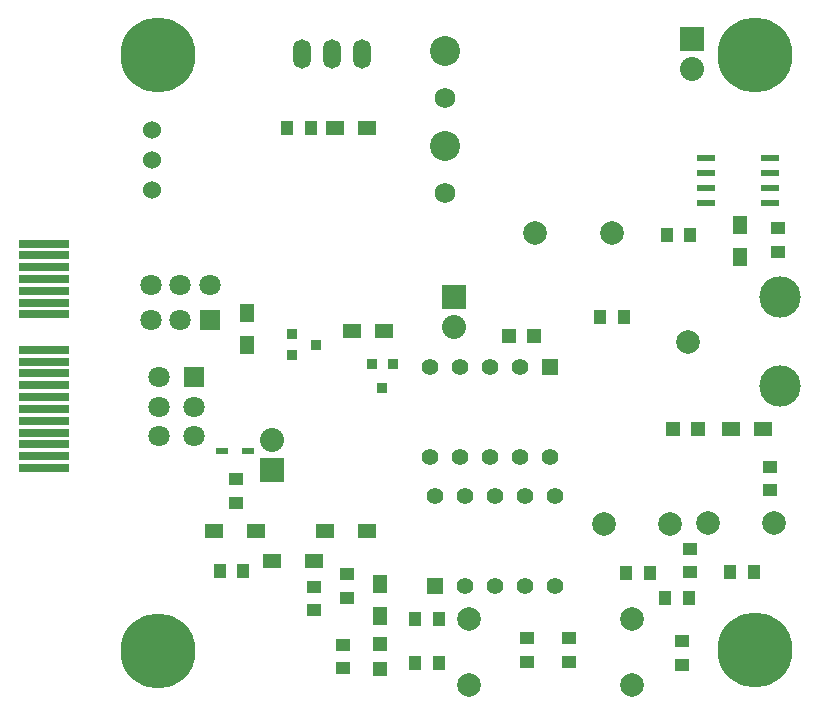
<source format=gts>
%FSLAX46Y46*%
G04 Gerber Fmt 4.6, Leading zero omitted, Abs format (unit mm)*
G04 Created by KiCad (PCBNEW (2014-10-27 BZR 5228)-product) date 22/05/2015 08:20:29*
%MOMM*%
G01*
G04 APERTURE LIST*
%ADD10C,0.100000*%
%ADD11R,1.250000X1.000000*%
%ADD12R,1.000000X1.250000*%
%ADD13R,4.200000X0.700000*%
%ADD14R,1.397000X1.397000*%
%ADD15C,1.397000*%
%ADD16C,1.998980*%
%ADD17C,3.500000*%
%ADD18C,2.000000*%
%ADD19R,1.800000X1.800000*%
%ADD20C,1.800000*%
%ADD21C,2.540000*%
%ADD22C,1.727200*%
%ADD23R,1.550000X0.600000*%
%ADD24C,1.524000*%
%ADD25O,1.501140X2.499360*%
%ADD26R,1.500000X1.300000*%
%ADD27R,1.300000X1.500000*%
%ADD28R,1.198880X1.198880*%
%ADD29C,6.350000*%
%ADD30R,2.032000X2.032000*%
%ADD31O,2.032000X2.032000*%
%ADD32R,0.914400X0.914400*%
%ADD33R,1.000760X0.599440*%
%ADD34R,1.600200X1.198880*%
G04 APERTURE END LIST*
D10*
D11*
X190900000Y-76400000D03*
X190900000Y-74400000D03*
D12*
X189550000Y-83350000D03*
X187550000Y-83350000D03*
D11*
X184150000Y-81350000D03*
X184150000Y-83350000D03*
D12*
X182050000Y-85500000D03*
X184050000Y-85500000D03*
D11*
X173900000Y-90900000D03*
X173900000Y-88900000D03*
X170350000Y-88900000D03*
X170350000Y-90900000D03*
D12*
X162900000Y-91000000D03*
X160900000Y-91000000D03*
X152050000Y-45700000D03*
X150050000Y-45700000D03*
D11*
X191600000Y-54200000D03*
X191600000Y-56200000D03*
D13*
X129500000Y-74500000D03*
X129500000Y-73500000D03*
X129500000Y-72500000D03*
X129500000Y-71500000D03*
X129500000Y-70500000D03*
X129500000Y-69500000D03*
X129500000Y-68500000D03*
X129500000Y-67500000D03*
X129500000Y-66500000D03*
X129500000Y-65500000D03*
X129500000Y-64500000D03*
X129500000Y-61500000D03*
X129500000Y-60500000D03*
X129500000Y-59500000D03*
X129500000Y-58500000D03*
X129500000Y-57500000D03*
X129500000Y-56500000D03*
X129500000Y-55500000D03*
D14*
X162560000Y-84455000D03*
D15*
X165100000Y-84455000D03*
X167640000Y-84455000D03*
X170180000Y-84455000D03*
X172720000Y-84455000D03*
X172720000Y-76835000D03*
X170180000Y-76835000D03*
X167640000Y-76835000D03*
X165100000Y-76835000D03*
X162560000Y-76835000D03*
D14*
X172339000Y-65913000D03*
D15*
X169799000Y-65913000D03*
X167259000Y-65913000D03*
X164719000Y-65913000D03*
X162179000Y-65913000D03*
X162179000Y-73533000D03*
X164719000Y-73533000D03*
X167259000Y-73533000D03*
X169799000Y-73533000D03*
X172339000Y-73533000D03*
D16*
X191242000Y-79146000D03*
X185654000Y-79146000D03*
X182492000Y-79246000D03*
X176904000Y-79246000D03*
X165496000Y-87258000D03*
X165496000Y-92846000D03*
X179254000Y-92892000D03*
X179254000Y-87304000D03*
D17*
X191800000Y-67600000D03*
X191800000Y-60000000D03*
D18*
X184000000Y-63800000D03*
D19*
X142200000Y-66800000D03*
D20*
X142200000Y-69300000D03*
X139200000Y-66800000D03*
X142200000Y-71800000D03*
X139200000Y-71800000D03*
X139200000Y-69300000D03*
D19*
X143500000Y-62000000D03*
D20*
X141000000Y-62000000D03*
X143500000Y-59000000D03*
X138500000Y-62000000D03*
X138500000Y-59000000D03*
X141000000Y-59000000D03*
D21*
X163461700Y-39199300D03*
D22*
X163461700Y-43199300D03*
D21*
X163461700Y-47199300D03*
D22*
X163461700Y-51199300D03*
D23*
X185501300Y-48234600D03*
X185501300Y-49504600D03*
X185501300Y-50774600D03*
X185501300Y-52044600D03*
X190901300Y-52044600D03*
X190901300Y-50774600D03*
X190901300Y-49504600D03*
X190901300Y-48234600D03*
D24*
X138600000Y-48460000D03*
X138600000Y-45920000D03*
X138600000Y-51000000D03*
D25*
X153893520Y-39451280D03*
X156433520Y-39451280D03*
X151353520Y-39451280D03*
D11*
X154800000Y-89450000D03*
X154800000Y-91450000D03*
D12*
X184200000Y-54800000D03*
X182200000Y-54800000D03*
D16*
X177599460Y-54600000D03*
X171000540Y-54600000D03*
D12*
X162900000Y-87250000D03*
X160900000Y-87250000D03*
D26*
X156850000Y-45700000D03*
X154150000Y-45700000D03*
D27*
X188400000Y-53950000D03*
X188400000Y-56650000D03*
D12*
X176550000Y-61700000D03*
X178550000Y-61700000D03*
D27*
X146700000Y-64050000D03*
X146700000Y-61350000D03*
D28*
X157900000Y-91499020D03*
X157900000Y-89400980D03*
X170949020Y-63300000D03*
X168850980Y-63300000D03*
X182750980Y-71200000D03*
X184849020Y-71200000D03*
D27*
X157950000Y-84300000D03*
X157950000Y-87000000D03*
D26*
X190350000Y-71200000D03*
X187650000Y-71200000D03*
D29*
X189700000Y-39500000D03*
X139100000Y-39500000D03*
X189700000Y-89900000D03*
X139100000Y-90000000D03*
D30*
X164150000Y-60000000D03*
D31*
X164150000Y-62540000D03*
D30*
X184300000Y-38200000D03*
D31*
X184300000Y-40740000D03*
D32*
X157211000Y-65684000D03*
X158989000Y-65684000D03*
X158100000Y-67716000D03*
X150484000Y-64939000D03*
X150484000Y-63161000D03*
X152516000Y-64050000D03*
D26*
X158250000Y-62900000D03*
X155550000Y-62900000D03*
D33*
X146749820Y-73100000D03*
X144550180Y-73100000D03*
D11*
X155100000Y-83500000D03*
X155100000Y-85500000D03*
X152350000Y-84550000D03*
X152350000Y-86550000D03*
D12*
X146350000Y-83250000D03*
X144350000Y-83250000D03*
D11*
X145750000Y-77450000D03*
X145750000Y-75450000D03*
D12*
X180750000Y-83400000D03*
X178750000Y-83400000D03*
D11*
X183500000Y-89150000D03*
X183500000Y-91150000D03*
D34*
X156850860Y-79800000D03*
X153249140Y-79800000D03*
X152350860Y-82350000D03*
X148749140Y-82350000D03*
X147450860Y-79800000D03*
X143849140Y-79800000D03*
D30*
X148800000Y-74700000D03*
D31*
X148800000Y-72160000D03*
M02*

</source>
